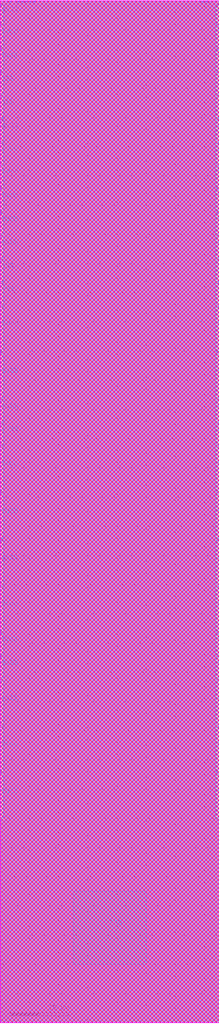
<source format=lef>
# Copyright 2022 GlobalFoundries PDK Authors
#
# Licensed under the Apache License, Version 2.0 (the "License");
# you may not use this file except in compliance with the License.
# You may obtain a copy of the License at
#
#     http://www.apache.org/licenses/LICENSE-2.0
#
# Unless required by applicable law or agreed to in writing, software
# distributed under the License is distributed on an "AS IS" BASIS,
# WITHOUT WARRANTIES OR CONDITIONS OF ANY KIND, either express or implied.
# See the License for the specific language governing permissions and
# limitations under the License.

MACRO gf180mcu_ef_io__bi_t
  CLASS PAD INOUT ;
  ORIGIN 0 0 ;
  FOREIGN gf180mcu_ef_io__bi_t 0 0 ;
  SIZE 75 BY 350 ;
  SYMMETRY X Y R90 ;
  SITE GF_IO_Site ;
    PIN PAD
        DIRECTION INOUT ;
        USE SIGNAL ;
        PORT
        LAYER Metal4  ;
        RECT 25.000 20.000 50.000 45.000 ;
        END
    END PAD
  PIN A
    DIRECTION INPUT ;
    USE SIGNAL ;
    PORT
        CLASS CORE ;
      LAYER Metal2 ;
        RECT 69.4 349.62 69.78 350 ;
    END
  END A
  PIN ANA
    DIRECTION INOUT ;
    USE SIGNAL ;
    ANTENNADIFFAREA 2.98 LAYER Metal2 ;
      ANTENNAGATEAREA 7.35 LAYER Metal2 ;
    PORT
        CLASS CORE ;
      LAYER Metal2 ;
        RECT 8.480 349.62 8.860 350 ;
    END
  END ANA
  PIN CS
    DIRECTION INPUT ;
    USE SIGNAL ;
    ANTENNADIFFAREA 1 LAYER Metal2 ;
      ANTENNAGATEAREA 3.15 LAYER Metal2 ;
    PORT
        CLASS CORE ;
      LAYER Metal2 ;
        RECT 3.36 349.62 3.74 350 ;
    END
  END CS
  PIN IE
    DIRECTION INPUT ;
    USE SIGNAL ;
    ANTENNADIFFAREA 1 LAYER Metal2 ;
      ANTENNAGATEAREA 3.15 LAYER Metal2 ;
    PORT
        CLASS CORE ;
      LAYER Metal2 ;
        RECT 11.385 349.62 11.765 350 ;
    END
  END IE
  PIN OE
    DIRECTION INPUT ;
    USE SIGNAL ;
    ANTENNADIFFAREA 7.776 LAYER Metal2 ;
      ANTENNAGATEAREA 16.8 LAYER Metal2 ;
    PORT
        CLASS CORE ;
      LAYER Metal2 ;
        RECT 70.13 349.62 70.51 350 ;
    END
  END OE
  PIN PD
    DIRECTION INPUT ;
    USE SIGNAL ;
    ANTENNADIFFAREA 1 LAYER Metal2 ;
      ANTENNAGATEAREA 10.5 LAYER Metal2 ;
    PORT
        CLASS CORE ;
      LAYER Metal2 ;
        RECT 10.33 349.62 10.71 350 ;
    END
  END PD
  PIN PDRV0
    DIRECTION INPUT ;
    USE SIGNAL ;
    ANTENNADIFFAREA 2.592 LAYER Metal2 ;
      ANTENNAGATEAREA 4.2 LAYER Metal2 ;
    PORT
        CLASS CORE ;
      LAYER Metal2 ;
        RECT 7.11 349.62 7.49 350 ;
    END
  END PDRV0
  PIN PDRV1
    DIRECTION INPUT ;
    USE SIGNAL ;
    ANTENNADIFFAREA 2.592 LAYER Metal2 ;
      ANTENNAGATEAREA 4.2 LAYER Metal2 ;
    PORT
        CLASS CORE ;
      LAYER Metal2 ;
        RECT 7.82 349.62 8.2 350 ;
    END
  END PDRV1
  PIN PU
    DIRECTION INPUT ;
    USE SIGNAL ;
    ANTENNADIFFAREA 2.98 LAYER Metal2 ;
      ANTENNAGATEAREA 7.35 LAYER Metal2 ;
    PORT
        CLASS CORE ;
      LAYER Metal2 ;
        RECT 5.965 349.62 6.345 350 ;
    END
  END PU
  PIN SL
    DIRECTION INPUT ;
    USE SIGNAL ;
    ANTENNADIFFAREA 1 LAYER Metal2 ;
      ANTENNAGATEAREA 3.15 LAYER Metal2 ;
    PORT
        CLASS CORE ;
      LAYER Metal2 ;
        RECT 68.67 349.62 69.05 350 ;
    END
  END SL
  PIN Y
    DIRECTION OUTPUT ;
    USE SIGNAL ;
    ANTENNADIFFAREA 7.8 LAYER Metal2 ;
    PORT
        CLASS CORE ;
      LAYER Metal2 ;
        RECT 70.86 349.62 71.24 350 ;
    END
  END Y
  PIN DVDD
    DIRECTION INOUT ;
    USE POWER ;
    PORT
      LAYER Metal4 ;
        RECT 74 118 75 125 ;
    END
    PORT
      LAYER Metal4 ;
        RECT 74 182 75 197 ;
    END
    PORT
      LAYER Metal4 ;
        RECT 74 166 75 181 ;
    END
    PORT
      LAYER Metal4 ;
        RECT 74 150 75 165 ;
    END
    PORT
      LAYER Metal4 ;
        RECT 74 134 75 149 ;
    END
    PORT
      LAYER Metal4 ;
        RECT 74 214 75 229 ;
    END
    PORT
      LAYER Metal4 ;
        RECT 74 206 75 213 ;
    END
    PORT
      LAYER Metal4 ;
        RECT 74 278 75 285 ;
    END
    PORT
      LAYER Metal4 ;
        RECT 74 270 75 277 ;
    END
    PORT
      LAYER Metal4 ;
        RECT 74 262 75 269 ;
    END
    PORT
      LAYER Metal4 ;
        RECT 74 294 75 301 ;
    END
    PORT
      LAYER Metal4 ;
        RECT 74 334 75 341 ;
    END
    PORT
      LAYER Metal3 ;
        RECT 74 118 75 125 ;
    END
    PORT
      LAYER Metal3 ;
        RECT 74 182 75 197 ;
    END
    PORT
      LAYER Metal3 ;
        RECT 74 166 75 181 ;
    END
    PORT
      LAYER Metal3 ;
        RECT 74 150 75 165 ;
    END
    PORT
      LAYER Metal3 ;
        RECT 74 134 75 149 ;
    END
    PORT
      LAYER Metal3 ;
        RECT 74 214 75 229 ;
    END
    PORT
      LAYER Metal3 ;
        RECT 74 206 75 213 ;
    END
    PORT
      LAYER Metal3 ;
        RECT 74 278 75 285 ;
    END
    PORT
      LAYER Metal3 ;
        RECT 74 270 75 277 ;
    END
    PORT
      LAYER Metal3 ;
        RECT 74 262 75 269 ;
    END
    PORT
      LAYER Metal3 ;
        RECT 74 294 75 301 ;
    END
    PORT
      LAYER Metal3 ;
        RECT 74 334 75 341 ;
    END
    PORT
      LAYER Metal3 ;
        RECT 0 334 1 341 ;
    END
    PORT
      LAYER Metal3 ;
        RECT 0 294 1 301 ;
    END
    PORT
      LAYER Metal3 ;
        RECT 0 262 1 269 ;
    END
    PORT
      LAYER Metal3 ;
        RECT 0 270 1 277 ;
    END
    PORT
      LAYER Metal3 ;
        RECT 0 278 1 285 ;
    END
    PORT
      LAYER Metal3 ;
        RECT 0 206 1 213 ;
    END
    PORT
      LAYER Metal3 ;
        RECT 0 214 1 229 ;
    END
    PORT
      LAYER Metal3 ;
        RECT 0 134 1 149 ;
    END
    PORT
      LAYER Metal3 ;
        RECT 0 150 1 165 ;
    END
    PORT
      LAYER Metal3 ;
        RECT 0 166 1 181 ;
    END
    PORT
      LAYER Metal3 ;
        RECT 0 182 1 197 ;
    END
    PORT
      LAYER Metal4 ;
        RECT 0 334 1 341 ;
    END
    PORT
      LAYER Metal4 ;
        RECT 0 294 1 301 ;
    END
    PORT
      LAYER Metal4 ;
        RECT 0 262 1 269 ;
    END
    PORT
      LAYER Metal4 ;
        RECT 0 270 1 277 ;
    END
    PORT
      LAYER Metal4 ;
        RECT 0 278 1 285 ;
    END
    PORT
      LAYER Metal4 ;
        RECT 0 206 1 213 ;
    END
    PORT
      LAYER Metal4 ;
        RECT 0 214 1 229 ;
    END
    PORT
      LAYER Metal4 ;
        RECT 0 134 1 149 ;
    END
    PORT
      LAYER Metal4 ;
        RECT 0 150 1 165 ;
    END
    PORT
      LAYER Metal4 ;
        RECT 0 166 1 181 ;
    END
    PORT
      LAYER Metal4 ;
        RECT 0 182 1 197 ;
    END
    PORT
      LAYER Metal4 ;
        RECT 0 118 1 125 ;
    END
    PORT
      LAYER Metal3 ;
        RECT 0 118 1 125 ;
    END
  END DVDD
  PIN DVSS
    DIRECTION INOUT ;
    USE GROUND ;
    PORT
      LAYER Metal4 ;
        RECT 74 102 75 117 ;
    END
    PORT
      LAYER Metal4 ;
        RECT 74 86 75 101 ;
    END
    PORT
      LAYER Metal4 ;
        RECT 74 70 75 85 ;
    END
    PORT
      LAYER Metal4 ;
        RECT 74 126 75 133 ;
    END
    PORT
      LAYER Metal4 ;
        RECT 74 198 75 205 ;
    END
    PORT
      LAYER Metal4 ;
        RECT 74 230 75 245 ;
    END
    PORT
      LAYER Metal4 ;
        RECT 74 286 75 293 ;
    END
    PORT
      LAYER Metal4 ;
        RECT 74 302 75 309 ;
    END
    PORT
      LAYER Metal4 ;
        RECT 74 326 75 333 ;
    END
    PORT
      LAYER Metal4 ;
        RECT 74 342 75 348.39 ;
    END
    PORT
      LAYER Metal3 ;
        RECT 74 102 75 117 ;
    END
    PORT
      LAYER Metal3 ;
        RECT 74 86 75 101 ;
    END
    PORT
      LAYER Metal3 ;
        RECT 74 70 75 85 ;
    END
    PORT
      LAYER Metal3 ;
        RECT 74 126 75 133 ;
    END
    PORT
      LAYER Metal3 ;
        RECT 74 198 75 205 ;
    END
    PORT
      LAYER Metal3 ;
        RECT 74 230 75 245 ;
    END
    PORT
      LAYER Metal3 ;
        RECT 74 286 75 293 ;
    END
    PORT
      LAYER Metal3 ;
        RECT 74 302 75 309 ;
    END
    PORT
      LAYER Metal3 ;
        RECT 74 326 75 333 ;
    END
    PORT
      LAYER Metal3 ;
        RECT 74 342 75 348.39 ;
    END
    PORT
      LAYER Metal3 ;
        RECT 0 342 1 348.39 ;
    END
    PORT
      LAYER Metal3 ;
        RECT 0 326 1 333 ;
    END
    PORT
      LAYER Metal3 ;
        RECT 0 302 1 309 ;
    END
    PORT
      LAYER Metal3 ;
        RECT 0 286 1 293 ;
    END
    PORT
      LAYER Metal3 ;
        RECT 0 230 1 245 ;
    END
    PORT
      LAYER Metal3 ;
        RECT 0 198 1 205 ;
    END
    PORT
      LAYER Metal3 ;
        RECT 0 126 1 133 ;
    END
    PORT
      LAYER Metal3 ;
        RECT 0 70 1 85 ;
    END
    PORT
      LAYER Metal3 ;
        RECT 0 86 1 101 ;
    END
    PORT
      LAYER Metal4 ;
        RECT 0 342 1 348.39 ;
    END
    PORT
      LAYER Metal4 ;
        RECT 0 326 1 333 ;
    END
    PORT
      LAYER Metal4 ;
        RECT 0 302 1 309 ;
    END
    PORT
      LAYER Metal4 ;
        RECT 0 286 1 293 ;
    END
    PORT
      LAYER Metal4 ;
        RECT 0 230 1 245 ;
    END
    PORT
      LAYER Metal4 ;
        RECT 0 198 1 205 ;
    END
    PORT
      LAYER Metal4 ;
        RECT 0 126 1 133 ;
    END
    PORT
      LAYER Metal4 ;
        RECT 0 70 1 85 ;
    END
    PORT
      LAYER Metal4 ;
        RECT 0 86 1 101 ;
    END
    PORT
      LAYER Metal4 ;
        RECT 0 102 1 117 ;
    END
    PORT
      LAYER Metal3 ;
        RECT 0 102 1 117 ;
    END
  END DVSS
  PIN VDD
    DIRECTION INOUT ;
    USE POWER ;
    PORT
      LAYER Metal4 ;
        RECT 74 254 75 261 ;
    END
    PORT
      LAYER Metal4 ;
        RECT 74 310 75 317 ;
    END
    PORT
      LAYER Metal3 ;
        RECT 74 254 75 261 ;
    END
    PORT
      LAYER Metal3 ;
        RECT 74 310 75 317 ;
    END
    PORT
      LAYER Metal3 ;
        RECT 0 310 1 317 ;
    END
    PORT
      LAYER Metal4 ;
        RECT 0 310 1 317 ;
    END
    PORT
      LAYER Metal4 ;
        RECT 0 254 1 261 ;
    END
    PORT
      LAYER Metal3 ;
        RECT 0 254 1 261 ;
    END
  END VDD
  PIN VSS
    DIRECTION INOUT ;
    USE GROUND ;
    PORT
      LAYER Metal4 ;
        RECT 74 246 75 253 ;
    END
    PORT
      LAYER Metal4 ;
        RECT 74 318 75 325 ;
    END
    PORT
      LAYER Metal3 ;
        RECT 74 246 75 253 ;
    END
    PORT
      LAYER Metal3 ;
        RECT 74 318 75 325 ;
    END
    PORT
      LAYER Metal3 ;
        RECT 0 318 1 325 ;
    END
    PORT
      LAYER Metal4 ;
        RECT 0 318 1 325 ;
    END
    PORT
      LAYER Metal4 ;
        RECT 0 246 1 253 ;
    END
    PORT
      LAYER Metal3 ;
        RECT 0 246 1 253 ;
    END
  END VSS
  OBS
    LAYER Metal1 ;
      RECT 0 0 75 350 ;
    LAYER Metal2 ;
      POLYGON 75 350 71.52 350 71.52 349.34 68.39 349.34 68.39 350 12.045 350 12.045 349.34 11.105 349.34 11.105 350 10.99 350 10.99 349.34 10.05 349.34 10.05 350 8.48 350 8.48 349.34 6.83 349.34 6.83 350 6.625 350 6.625 349.34 5.685 349.34 5.685 350 4.02 350 4.02 349.34 3.08 349.34 3.08 350 0 350 0 0 75 0 ;
    LAYER Metal3 ;
      POLYGON 75 69.72 73.72 69.72 73.72 85.28 75 85.28 75 85.72 73.72 85.72 73.72 101.28 75 101.28 75 101.72 73.72 101.72 73.72 117.28 75 117.28 75 117.72 73.72 117.72 73.72 125.28 75 125.28 75 125.72 73.72 125.72 73.72 133.28 75 133.28 75 133.72 73.72 133.72 73.72 149.28 75 149.28 75 149.72 73.72 149.72 73.72 165.28 75 165.28 75 165.72 73.72 165.72 73.72 181.28 75 181.28 75 181.72 73.72 181.72 73.72 197.28 75 197.28 75 197.72 73.72 197.72 73.72 205.28 75 205.28 75 205.72 73.72 205.72 73.72 213.28 75 213.28 75 213.72 73.72 213.72 73.72 229.28 75 229.28 75 229.72 73.72 229.72 73.72 245.28 75 245.28 75 245.72 73.72 245.72 73.72 253.28 75 253.28 75 253.72 73.72 253.72 73.72 261.28 75 261.28 75 261.72 73.72 261.72 73.72 269.28 75 269.28 75 269.72 73.72 269.72 73.72 277.28 75 277.28 75 277.72 73.72 277.72 73.72 285.28 75 285.28 75 285.72 73.72 285.72 73.72 293.28 75 293.28 75 293.72 73.72 293.72 73.72 301.28 75 301.28 75 301.72 73.72 301.72 73.72 309.28 75 309.28 75 309.72 73.72 309.72 73.72 317.28 75 317.28 75 317.72 73.72 317.72 73.72 325.28 75 325.28 75 325.72 73.72 325.72 73.72 333.28 75 333.28 75 333.72 73.72 333.72 73.72 341.28 75 341.28 75 341.72 73.72 341.72 73.72 348.67 75 348.67 75 350 0 350 0 348.67 1.28 348.67 1.28 341.72 0 341.72 0 341.28 1.28 341.28 1.28 333.72 0 333.72 0 333.28 1.28 333.28 1.28 325.72 0 325.72 0 325.28 1.28 325.28 1.28 317.72 0 317.72 0 317.28 1.28 317.28 1.28 309.72 0 309.72 0 309.28 1.28 309.28 1.28 301.72 0 301.72 0 301.28 1.28 301.28 1.28 293.72 0 293.72 0 293.28 1.28 293.28 1.28 285.72 0 285.72 0 285.28 1.28 285.28 1.28 277.72 0 277.72 0 277.28 1.28 277.28 1.28 269.72 0 269.72 0 269.28 1.28 269.28 1.28 261.72 0 261.72 0 261.28 1.28 261.28 1.28 253.72 0 253.72 0 253.28 1.28 253.28 1.28 245.72 0 245.72 0 245.28 1.28 245.28 1.28 229.72 0 229.72 0 229.28 1.28 229.28 1.28 213.72 0 213.72 0 213.28 1.28 213.28 1.28 205.72 0 205.72 0 205.28 1.28 205.28 1.28 197.72 0 197.72 0 197.28 1.28 197.28 1.28 181.72 0 181.72 0 181.28 1.28 181.28 1.28 165.72 0 165.72 0 165.28 1.28 165.28 1.28 149.72 0 149.72 0 149.28 1.28 149.28 1.28 133.72 0 133.72 0 133.28 1.28 133.28 1.28 125.72 0 125.72 0 125.28 1.28 125.28 1.28 117.72 0 117.72 0 117.28 1.28 117.28 1.28 101.72 0 101.72 0 101.28 1.28 101.28 1.28 85.72 0 85.72 0 85.28 1.28 85.28 1.28 69.72 0 69.72 0 0 75 0 ;
    LAYER Metal4 ;
      POLYGON 75 69.72 73.72 69.72 73.72 85.28 75 85.28 75 85.72 73.72 85.72 73.72 101.28 75 101.28 75 101.72 73.72 101.72 73.72 117.28 75 117.28 75 117.72 73.72 117.72 73.72 125.28 75 125.28 75 125.72 73.72 125.72 73.72 133.28 75 133.28 75 133.72 73.72 133.72 73.72 149.28 75 149.28 75 149.72 73.72 149.72 73.72 165.28 75 165.28 75 165.72 73.72 165.72 73.72 181.28 75 181.28 75 181.72 73.72 181.72 73.72 197.28 75 197.28 75 197.72 73.72 197.72 73.72 205.28 75 205.28 75 205.72 73.72 205.72 73.72 213.28 75 213.28 75 213.72 73.72 213.72 73.72 229.28 75 229.28 75 229.72 73.72 229.72 73.72 245.28 75 245.28 75 245.72 73.72 245.72 73.72 253.28 75 253.28 75 253.72 73.72 253.72 73.72 261.28 75 261.28 75 261.72 73.72 261.72 73.72 269.28 75 269.28 75 269.72 73.72 269.72 73.72 277.28 75 277.28 75 277.72 73.72 277.72 73.72 285.28 75 285.28 75 285.72 73.72 285.72 73.72 293.28 75 293.28 75 293.72 73.72 293.72 73.72 301.28 75 301.28 75 301.72 73.72 301.72 73.72 309.28 75 309.28 75 309.72 73.72 309.72 73.72 317.28 75 317.28 75 317.72 73.72 317.72 73.72 325.28 75 325.28 75 325.72 73.72 325.72 73.72 333.28 75 333.28 75 333.72 73.72 333.72 73.72 341.28 75 341.28 75 341.72 73.72 341.72 73.72 348.67 75 348.67 75 350 0 350 0 348.67 1.28 348.67 1.28 341.72 0 341.72 0 341.28 1.28 341.28 1.28 333.72 0 333.72 0 333.28 1.28 333.28 1.28 325.72 0 325.72 0 325.28 1.28 325.28 1.28 317.72 0 317.72 0 317.28 1.28 317.28 1.28 309.72 0 309.72 0 309.28 1.28 309.28 1.28 301.72 0 301.72 0 301.28 1.28 301.28 1.28 293.72 0 293.72 0 293.28 1.28 293.28 1.28 285.72 0 285.72 0 285.28 1.28 285.28 1.28 277.72 0 277.72 0 277.28 1.28 277.28 1.28 269.72 0 269.72 0 269.28 1.28 269.28 1.28 261.72 0 261.72 0 261.28 1.28 261.28 1.28 253.72 0 253.72 0 253.28 1.28 253.28 1.28 245.72 0 245.72 0 245.28 1.28 245.28 1.28 229.72 0 229.72 0 229.28 1.28 229.28 1.28 213.72 0 213.72 0 213.28 1.28 213.28 1.28 205.72 0 205.72 0 205.28 1.28 205.28 1.28 197.72 0 197.72 0 197.28 1.28 197.28 1.28 181.72 0 181.72 0 181.28 1.28 181.28 1.28 165.72 0 165.72 0 165.28 1.28 165.28 1.28 149.72 0 149.72 0 149.28 1.28 149.28 1.28 133.72 0 133.72 0 133.28 1.28 133.28 1.28 125.72 0 125.72 0 125.28 1.28 125.28 1.28 117.72 0 117.72 0 117.28 1.28 117.28 1.28 101.72 0 101.72 0 101.28 1.28 101.28 1.28 85.72 0 85.72 0 85.28 1.28 85.28 1.28 69.72 0 69.72 0 0 75 0 ;
    LAYER Via1 ;
      RECT 0 0 75 350 ;
    LAYER Via2 ;
      RECT 0 0 75 350 ;
    LAYER Via3 ;
      RECT 0 0 75 350 ;
  END

END gf180mcu_ef_io__bi_t

</source>
